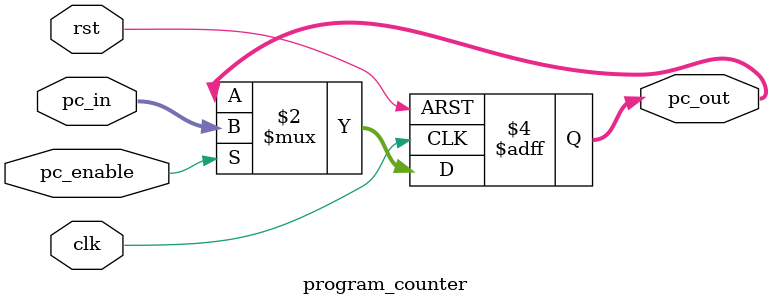
<source format=sv>
module program_counter #(parameter ADDR_WIDTH = 32)(
    input  logic clk,
    input  logic rst,
    input  logic pc_enable,
    input  logic [ADDR_WIDTH-1:0] pc_in,
    output logic [ADDR_WIDTH-1:0] pc_out
);

    always_ff @(posedge clk or posedge rst) begin
        if (rst)
            pc_out <= 32'h0;  // Reset PC
        else if (pc_enable)
            pc_out <= pc_in;  // Load new value
    end

endmodule

</source>
